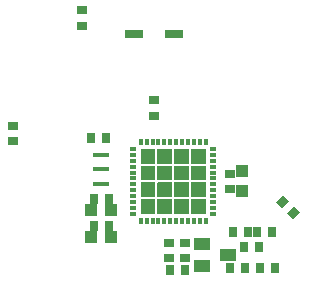
<source format=gbr>
G04 EAGLE Gerber RS-274X export*
G75*
%MOMM*%
%FSLAX34Y34*%
%LPD*%
%INSolderpaste Bottom*%
%IPPOS*%
%AMOC8*
5,1,8,0,0,1.08239X$1,22.5*%
G01*
%ADD10R,0.700000X0.900000*%
%ADD11R,1.100000X1.000000*%
%ADD12R,0.900000X0.700000*%
%ADD13R,1.399997X0.400000*%
%ADD14R,1.000000X1.100000*%
%ADD15R,1.400000X1.000000*%
%ADD16R,0.550000X0.297181*%
%ADD17R,0.297181X0.550000*%
%ADD18R,1.600000X0.800000*%

G36*
X-22842Y130669D02*
X-22842Y130669D01*
X-22840Y130668D01*
X-22797Y130688D01*
X-22753Y130706D01*
X-22753Y130708D01*
X-22751Y130709D01*
X-22718Y130794D01*
X-22718Y143018D01*
X-22719Y143020D01*
X-22718Y143022D01*
X-22738Y143065D01*
X-22756Y143109D01*
X-22758Y143109D01*
X-22759Y143111D01*
X-22844Y143144D01*
X-35068Y143144D01*
X-35070Y143143D01*
X-35072Y143144D01*
X-35115Y143124D01*
X-35159Y143106D01*
X-35159Y143104D01*
X-35161Y143103D01*
X-35194Y143018D01*
X-35194Y130794D01*
X-35193Y130792D01*
X-35194Y130790D01*
X-35174Y130747D01*
X-35156Y130703D01*
X-35154Y130703D01*
X-35153Y130701D01*
X-35068Y130668D01*
X-22844Y130668D01*
X-22842Y130669D01*
G37*
G36*
X-8618Y130669D02*
X-8618Y130669D01*
X-8616Y130668D01*
X-8573Y130688D01*
X-8529Y130706D01*
X-8529Y130708D01*
X-8527Y130709D01*
X-8494Y130794D01*
X-8494Y143018D01*
X-8495Y143020D01*
X-8494Y143022D01*
X-8514Y143065D01*
X-8532Y143109D01*
X-8534Y143109D01*
X-8535Y143111D01*
X-8620Y143144D01*
X-20844Y143144D01*
X-20846Y143143D01*
X-20848Y143144D01*
X-20891Y143124D01*
X-20935Y143106D01*
X-20935Y143104D01*
X-20937Y143103D01*
X-20970Y143018D01*
X-20970Y130794D01*
X-20969Y130792D01*
X-20970Y130790D01*
X-20950Y130747D01*
X-20932Y130703D01*
X-20930Y130703D01*
X-20929Y130701D01*
X-20844Y130668D01*
X-8620Y130668D01*
X-8618Y130669D01*
G37*
G36*
X19830Y130669D02*
X19830Y130669D01*
X19832Y130668D01*
X19875Y130688D01*
X19919Y130706D01*
X19919Y130708D01*
X19921Y130709D01*
X19954Y130794D01*
X19954Y143018D01*
X19953Y143020D01*
X19954Y143022D01*
X19934Y143065D01*
X19916Y143109D01*
X19914Y143109D01*
X19913Y143111D01*
X19828Y143144D01*
X7604Y143144D01*
X7602Y143143D01*
X7600Y143144D01*
X7557Y143124D01*
X7513Y143106D01*
X7513Y143104D01*
X7511Y143103D01*
X7478Y143018D01*
X7478Y130794D01*
X7479Y130792D01*
X7478Y130790D01*
X7498Y130747D01*
X7516Y130703D01*
X7518Y130703D01*
X7519Y130701D01*
X7604Y130668D01*
X19828Y130668D01*
X19830Y130669D01*
G37*
G36*
X5606Y130669D02*
X5606Y130669D01*
X5608Y130668D01*
X5651Y130688D01*
X5695Y130706D01*
X5695Y130708D01*
X5697Y130709D01*
X5730Y130794D01*
X5730Y143018D01*
X5729Y143020D01*
X5730Y143022D01*
X5710Y143065D01*
X5692Y143109D01*
X5690Y143109D01*
X5689Y143111D01*
X5604Y143144D01*
X-6620Y143144D01*
X-6622Y143143D01*
X-6624Y143144D01*
X-6667Y143124D01*
X-6711Y143106D01*
X-6711Y143104D01*
X-6713Y143103D01*
X-6746Y143018D01*
X-6746Y130794D01*
X-6745Y130792D01*
X-6746Y130790D01*
X-6726Y130747D01*
X-6708Y130703D01*
X-6706Y130703D01*
X-6705Y130701D01*
X-6620Y130668D01*
X5604Y130668D01*
X5606Y130669D01*
G37*
G36*
X19830Y116445D02*
X19830Y116445D01*
X19832Y116444D01*
X19875Y116464D01*
X19919Y116482D01*
X19919Y116484D01*
X19921Y116485D01*
X19954Y116570D01*
X19954Y128794D01*
X19953Y128796D01*
X19954Y128798D01*
X19934Y128841D01*
X19916Y128885D01*
X19914Y128885D01*
X19913Y128887D01*
X19828Y128920D01*
X7604Y128920D01*
X7602Y128919D01*
X7600Y128920D01*
X7557Y128900D01*
X7513Y128882D01*
X7513Y128880D01*
X7511Y128879D01*
X7478Y128794D01*
X7478Y116570D01*
X7479Y116568D01*
X7478Y116566D01*
X7498Y116523D01*
X7516Y116479D01*
X7518Y116479D01*
X7519Y116477D01*
X7604Y116444D01*
X19828Y116444D01*
X19830Y116445D01*
G37*
G36*
X-8618Y116445D02*
X-8618Y116445D01*
X-8616Y116444D01*
X-8573Y116464D01*
X-8529Y116482D01*
X-8529Y116484D01*
X-8527Y116485D01*
X-8494Y116570D01*
X-8494Y128794D01*
X-8495Y128796D01*
X-8494Y128798D01*
X-8514Y128841D01*
X-8532Y128885D01*
X-8534Y128885D01*
X-8535Y128887D01*
X-8620Y128920D01*
X-20844Y128920D01*
X-20846Y128919D01*
X-20848Y128920D01*
X-20891Y128900D01*
X-20935Y128882D01*
X-20935Y128880D01*
X-20937Y128879D01*
X-20970Y128794D01*
X-20970Y116570D01*
X-20969Y116568D01*
X-20970Y116566D01*
X-20950Y116523D01*
X-20932Y116479D01*
X-20930Y116479D01*
X-20929Y116477D01*
X-20844Y116444D01*
X-8620Y116444D01*
X-8618Y116445D01*
G37*
G36*
X-22842Y116445D02*
X-22842Y116445D01*
X-22840Y116444D01*
X-22797Y116464D01*
X-22753Y116482D01*
X-22753Y116484D01*
X-22751Y116485D01*
X-22718Y116570D01*
X-22718Y128794D01*
X-22719Y128796D01*
X-22718Y128798D01*
X-22738Y128841D01*
X-22756Y128885D01*
X-22758Y128885D01*
X-22759Y128887D01*
X-22844Y128920D01*
X-35068Y128920D01*
X-35070Y128919D01*
X-35072Y128920D01*
X-35115Y128900D01*
X-35159Y128882D01*
X-35159Y128880D01*
X-35161Y128879D01*
X-35194Y128794D01*
X-35194Y116570D01*
X-35193Y116568D01*
X-35194Y116566D01*
X-35174Y116523D01*
X-35156Y116479D01*
X-35154Y116479D01*
X-35153Y116477D01*
X-35068Y116444D01*
X-22844Y116444D01*
X-22842Y116445D01*
G37*
G36*
X5606Y116445D02*
X5606Y116445D01*
X5608Y116444D01*
X5651Y116464D01*
X5695Y116482D01*
X5695Y116484D01*
X5697Y116485D01*
X5730Y116570D01*
X5730Y128794D01*
X5729Y128796D01*
X5730Y128798D01*
X5710Y128841D01*
X5692Y128885D01*
X5690Y128885D01*
X5689Y128887D01*
X5604Y128920D01*
X-6620Y128920D01*
X-6622Y128919D01*
X-6624Y128920D01*
X-6667Y128900D01*
X-6711Y128882D01*
X-6711Y128880D01*
X-6713Y128879D01*
X-6746Y128794D01*
X-6746Y116570D01*
X-6745Y116568D01*
X-6746Y116566D01*
X-6726Y116523D01*
X-6708Y116479D01*
X-6706Y116479D01*
X-6705Y116477D01*
X-6620Y116444D01*
X5604Y116444D01*
X5606Y116445D01*
G37*
G36*
X5606Y102221D02*
X5606Y102221D01*
X5608Y102220D01*
X5651Y102240D01*
X5695Y102258D01*
X5695Y102260D01*
X5697Y102261D01*
X5730Y102346D01*
X5730Y114570D01*
X5729Y114572D01*
X5730Y114574D01*
X5710Y114617D01*
X5692Y114661D01*
X5690Y114661D01*
X5689Y114663D01*
X5604Y114696D01*
X-6620Y114696D01*
X-6622Y114695D01*
X-6624Y114696D01*
X-6667Y114676D01*
X-6711Y114658D01*
X-6711Y114656D01*
X-6713Y114655D01*
X-6746Y114570D01*
X-6746Y102346D01*
X-6745Y102344D01*
X-6746Y102342D01*
X-6726Y102299D01*
X-6708Y102255D01*
X-6706Y102255D01*
X-6705Y102253D01*
X-6620Y102220D01*
X5604Y102220D01*
X5606Y102221D01*
G37*
G36*
X-8618Y102221D02*
X-8618Y102221D01*
X-8616Y102220D01*
X-8573Y102240D01*
X-8529Y102258D01*
X-8529Y102260D01*
X-8527Y102261D01*
X-8494Y102346D01*
X-8494Y114570D01*
X-8495Y114572D01*
X-8494Y114574D01*
X-8514Y114617D01*
X-8532Y114661D01*
X-8534Y114661D01*
X-8535Y114663D01*
X-8620Y114696D01*
X-20844Y114696D01*
X-20846Y114695D01*
X-20848Y114696D01*
X-20891Y114676D01*
X-20935Y114658D01*
X-20935Y114656D01*
X-20937Y114655D01*
X-20970Y114570D01*
X-20970Y102346D01*
X-20969Y102344D01*
X-20970Y102342D01*
X-20950Y102299D01*
X-20932Y102255D01*
X-20930Y102255D01*
X-20929Y102253D01*
X-20844Y102220D01*
X-8620Y102220D01*
X-8618Y102221D01*
G37*
G36*
X19830Y102221D02*
X19830Y102221D01*
X19832Y102220D01*
X19875Y102240D01*
X19919Y102258D01*
X19919Y102260D01*
X19921Y102261D01*
X19954Y102346D01*
X19954Y114570D01*
X19953Y114572D01*
X19954Y114574D01*
X19934Y114617D01*
X19916Y114661D01*
X19914Y114661D01*
X19913Y114663D01*
X19828Y114696D01*
X7604Y114696D01*
X7602Y114695D01*
X7600Y114696D01*
X7557Y114676D01*
X7513Y114658D01*
X7513Y114656D01*
X7511Y114655D01*
X7478Y114570D01*
X7478Y102346D01*
X7479Y102344D01*
X7478Y102342D01*
X7498Y102299D01*
X7516Y102255D01*
X7518Y102255D01*
X7519Y102253D01*
X7604Y102220D01*
X19828Y102220D01*
X19830Y102221D01*
G37*
G36*
X-22842Y102221D02*
X-22842Y102221D01*
X-22840Y102220D01*
X-22797Y102240D01*
X-22753Y102258D01*
X-22753Y102260D01*
X-22751Y102261D01*
X-22718Y102346D01*
X-22718Y114570D01*
X-22719Y114572D01*
X-22718Y114574D01*
X-22738Y114617D01*
X-22756Y114661D01*
X-22758Y114661D01*
X-22759Y114663D01*
X-22844Y114696D01*
X-35068Y114696D01*
X-35070Y114695D01*
X-35072Y114696D01*
X-35115Y114676D01*
X-35159Y114658D01*
X-35159Y114656D01*
X-35161Y114655D01*
X-35194Y114570D01*
X-35194Y102346D01*
X-35193Y102344D01*
X-35194Y102342D01*
X-35174Y102299D01*
X-35156Y102255D01*
X-35154Y102255D01*
X-35153Y102253D01*
X-35068Y102220D01*
X-22844Y102220D01*
X-22842Y102221D01*
G37*
G36*
X19830Y87997D02*
X19830Y87997D01*
X19832Y87996D01*
X19875Y88016D01*
X19919Y88034D01*
X19919Y88036D01*
X19921Y88037D01*
X19954Y88122D01*
X19954Y100346D01*
X19953Y100348D01*
X19954Y100350D01*
X19934Y100393D01*
X19916Y100437D01*
X19914Y100437D01*
X19913Y100439D01*
X19828Y100472D01*
X7604Y100472D01*
X7602Y100471D01*
X7600Y100472D01*
X7557Y100452D01*
X7513Y100434D01*
X7513Y100432D01*
X7511Y100431D01*
X7478Y100346D01*
X7478Y88122D01*
X7479Y88120D01*
X7478Y88118D01*
X7498Y88075D01*
X7516Y88031D01*
X7518Y88031D01*
X7519Y88029D01*
X7604Y87996D01*
X19828Y87996D01*
X19830Y87997D01*
G37*
G36*
X5606Y87997D02*
X5606Y87997D01*
X5608Y87996D01*
X5651Y88016D01*
X5695Y88034D01*
X5695Y88036D01*
X5697Y88037D01*
X5730Y88122D01*
X5730Y100346D01*
X5729Y100348D01*
X5730Y100350D01*
X5710Y100393D01*
X5692Y100437D01*
X5690Y100437D01*
X5689Y100439D01*
X5604Y100472D01*
X-6620Y100472D01*
X-6622Y100471D01*
X-6624Y100472D01*
X-6667Y100452D01*
X-6711Y100434D01*
X-6711Y100432D01*
X-6713Y100431D01*
X-6746Y100346D01*
X-6746Y88122D01*
X-6745Y88120D01*
X-6746Y88118D01*
X-6726Y88075D01*
X-6708Y88031D01*
X-6706Y88031D01*
X-6705Y88029D01*
X-6620Y87996D01*
X5604Y87996D01*
X5606Y87997D01*
G37*
G36*
X-8618Y87997D02*
X-8618Y87997D01*
X-8616Y87996D01*
X-8573Y88016D01*
X-8529Y88034D01*
X-8529Y88036D01*
X-8527Y88037D01*
X-8494Y88122D01*
X-8494Y100346D01*
X-8495Y100348D01*
X-8494Y100350D01*
X-8514Y100393D01*
X-8532Y100437D01*
X-8534Y100437D01*
X-8535Y100439D01*
X-8620Y100472D01*
X-20844Y100472D01*
X-20846Y100471D01*
X-20848Y100472D01*
X-20891Y100452D01*
X-20935Y100434D01*
X-20935Y100432D01*
X-20937Y100431D01*
X-20970Y100346D01*
X-20970Y88122D01*
X-20969Y88120D01*
X-20970Y88118D01*
X-20950Y88075D01*
X-20932Y88031D01*
X-20930Y88031D01*
X-20929Y88029D01*
X-20844Y87996D01*
X-8620Y87996D01*
X-8618Y87997D01*
G37*
G36*
X-22842Y87997D02*
X-22842Y87997D01*
X-22840Y87996D01*
X-22797Y88016D01*
X-22753Y88034D01*
X-22753Y88036D01*
X-22751Y88037D01*
X-22718Y88122D01*
X-22718Y100346D01*
X-22719Y100348D01*
X-22718Y100350D01*
X-22738Y100393D01*
X-22756Y100437D01*
X-22758Y100437D01*
X-22759Y100439D01*
X-22844Y100472D01*
X-35068Y100472D01*
X-35070Y100471D01*
X-35072Y100472D01*
X-35115Y100452D01*
X-35159Y100434D01*
X-35159Y100432D01*
X-35161Y100431D01*
X-35194Y100346D01*
X-35194Y88122D01*
X-35193Y88120D01*
X-35194Y88118D01*
X-35174Y88075D01*
X-35156Y88031D01*
X-35154Y88031D01*
X-35153Y88029D01*
X-35068Y87996D01*
X-22844Y87996D01*
X-22842Y87997D01*
G37*
D10*
X-64620Y152400D03*
X-77620Y152400D03*
D11*
X-60080Y68580D03*
X-77080Y68580D03*
D12*
X-24130Y184300D03*
X-24130Y171300D03*
D13*
X-68580Y113730D03*
X-68580Y125730D03*
X-68580Y137730D03*
D10*
G36*
X94816Y95040D02*
X99765Y90091D01*
X93402Y83728D01*
X88453Y88677D01*
X94816Y95040D01*
G37*
G36*
X85623Y104232D02*
X90572Y99283D01*
X84209Y92920D01*
X79260Y97869D01*
X85623Y104232D01*
G37*
D14*
X50800Y107070D03*
X50800Y124070D03*
D11*
X-60080Y91440D03*
X-77080Y91440D03*
D12*
X40640Y109070D03*
X40640Y122070D03*
D10*
X-62080Y100330D03*
X-75080Y100330D03*
D12*
X-143510Y149710D03*
X-143510Y162710D03*
X-85090Y247500D03*
X-85090Y260500D03*
D10*
X40490Y41910D03*
X53490Y41910D03*
X64920Y59690D03*
X51920Y59690D03*
D15*
X38940Y53340D03*
X16940Y62840D03*
X16940Y43840D03*
D10*
X63350Y72390D03*
X76350Y72390D03*
X56030Y72390D03*
X43030Y72390D03*
D12*
X2540Y50650D03*
X2540Y63650D03*
D10*
X-10310Y40640D03*
X2690Y40640D03*
D12*
X-11430Y50650D03*
X-11430Y63650D03*
D16*
X-41420Y88063D03*
X-41420Y93064D03*
X-41420Y98066D03*
X-41420Y103067D03*
X-41420Y108068D03*
X-41420Y113069D03*
X-41420Y118071D03*
X-41420Y123072D03*
X-41420Y128073D03*
X-41420Y133074D03*
X-41420Y138076D03*
X-41420Y143077D03*
D17*
X-35127Y149370D03*
X-30126Y149370D03*
X-25124Y149370D03*
X-20123Y149370D03*
X-15122Y149370D03*
X-10121Y149370D03*
X-5119Y149370D03*
X-118Y149370D03*
X4883Y149370D03*
X9884Y149370D03*
X14886Y149370D03*
X19887Y149370D03*
D16*
X26180Y143077D03*
X26180Y138076D03*
X26180Y133074D03*
X26180Y128073D03*
X26180Y123072D03*
X26180Y118071D03*
X26180Y113069D03*
X26180Y108068D03*
X26180Y103067D03*
X26180Y98066D03*
X26180Y93064D03*
X26180Y88063D03*
D17*
X19887Y81770D03*
X14886Y81770D03*
X9884Y81770D03*
X4883Y81770D03*
X-118Y81770D03*
X-5119Y81770D03*
X-10121Y81770D03*
X-15122Y81770D03*
X-20123Y81770D03*
X-25124Y81770D03*
X-30126Y81770D03*
X-35127Y81770D03*
D10*
X-62080Y77470D03*
X-75080Y77470D03*
D18*
X-7130Y240030D03*
X-41130Y240030D03*
D10*
X78890Y41910D03*
X65890Y41910D03*
M02*

</source>
